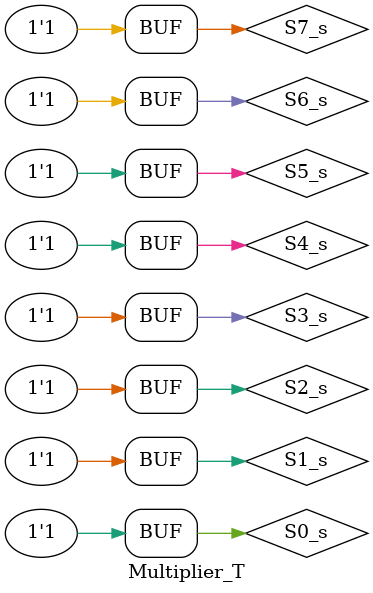
<source format=v>
`timescale 1ns / 1ps

module Multiplier_T();

	reg S7_s, S6_s, S5_s, S4_s, S3_s, S2_s, S1_s, S0_s;
	wire [7:0] PR_s;

	Multiplier test(S7_s, S6_s, S5_s, S4_s, S3_s, S2_s, S1_s, S0_s, PR_s);

	initial begin
		S7_s <= 0; S6_s <= 0; S5_s <= 0; S4_s <= 0; S3_s <= 0; S2_s <= 0; S1_s <= 0; S0_s <= 0; // 0 * 0 = 0
		#10 S7_s <= 0; S6_s <= 0; S5_s <= 1; S4_s <= 0;  S3_s <= 0; S2_s <= 0; S1_s <= 1; S0_s <= 1; // 2 * 3 = 6
		#10 S7_s <= 0; S6_s <= 0; S5_s <= 1; S4_s <= 1;  S3_s <= 0; S2_s <= 0; S1_s <= 1; S0_s <= 1; // 3 * 3 = 9
		#10 S7_s <= 0; S6_s <= 1; S5_s <= 0; S4_s <= 1;  S3_s <= 0; S2_s <= 0; S1_s <= 1; S0_s <= 0; // 5 * 2 = 10
		#10 S7_s <= 1; S6_s <= 0; S5_s <= 0; S4_s <= 0;  S3_s <= 0; S2_s <= 1; S1_s <= 0; S0_s <= 0; // 8 * 4 = 32
		#10 S7_s <= 1; S6_s <= 0; S5_s <= 0; S4_s <= 1;  S3_s <= 0; S2_s <= 1; S1_s <= 1; S0_s <= 0; // 9 * 6 = 54
		#10 S7_s <= 1; S6_s <= 0; S5_s <= 1; S4_s <= 1;  S3_s <= 1; S2_s <= 0; S1_s <= 0; S0_s <= 1; // 11 * 9 = 99
		#10 S7_s <= 1; S6_s <= 0; S5_s <= 1; S4_s <= 0;  S3_s <= 1; S2_s <= 0; S1_s <= 1; S0_s <= 0; // 10 * 10 = 100
		#10 S7_s <= 1; S6_s <= 1; S5_s <= 0; S4_s <= 1;  S3_s <= 1; S2_s <= 0; S1_s <= 0; S0_s <= 0; // 13 * 8 = 104
		#10 S7_s <= 1; S6_s <= 1; S5_s <= 0; S4_s <= 0;  S3_s <= 1; S2_s <= 0; S1_s <= 1; S0_s <= 0; // 12 * 10 = 120
		#10 S7_s <= 1; S6_s <= 1; S5_s <= 0; S4_s <= 0;  S3_s <= 1; S2_s <= 1; S1_s <= 0; S0_s <= 0; // 12 * 12 = 144
		#10 S7_s <= 1; S6_s <= 1; S5_s <= 1; S4_s <= 1;  S3_s <= 1; S2_s <= 0; S1_s <= 1; S0_s <= 1; // 15 * 11 = 165
		#10 S7_s <= 1; S6_s <= 1; S5_s <= 1; S4_s <= 1;  S3_s <= 1; S2_s <= 1; S1_s <= 1; S0_s <= 0; // 15 * 14 = 210
		#10 S7_s <= 1; S6_s <= 1; S5_s <= 1; S4_s <= 1;  S3_s <= 1; S2_s <= 1; S1_s <= 1; S0_s <= 1; // 15 * 15 = 225
	end
	
endmodule

</source>
